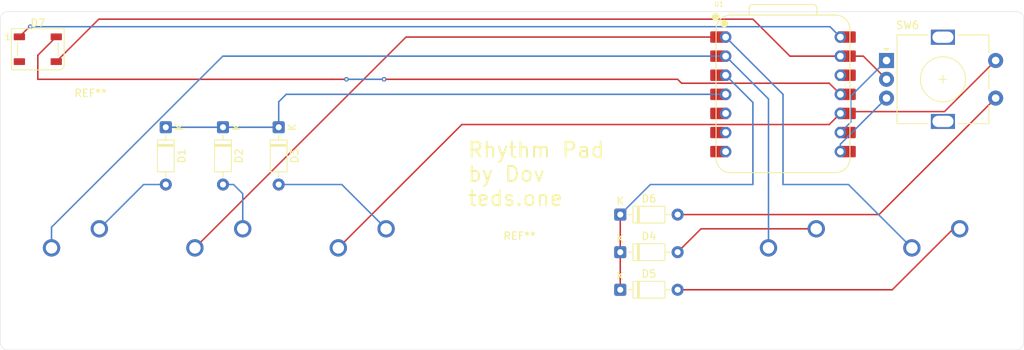
<source format=kicad_pcb>
(kicad_pcb (version 20241229) (generator "pcbnew") (generator_version "9.0")
  (layers (0 "F.Cu" signal) (2 "B.Cu" signal) (13 "F.Paste" user) (15 "B.Paste" user) (5 "F.SilkS" user "F.Silkscreen") (7 "B.SilkS" user "B.Silkscreen") (1 "F.Mask" user) (3 "B.Mask" user) (25 "Edge.Cuts" user))
  (net 0 "")
  (net 1 "ROW0")
  (net 2 "Net-(D1-A)")
  (net 3 "Net-(D2-A)")
  (net 4 "Net-(D3-A)")
  (net 5 "ROW1")
  (net 6 "Net-(D4-A)")
  (net 7 "Net-(D5-A)")
  (net 8 "Net-(D6-A)")
  (net 9 "GND")
  (net 11 "+5V")
  (net 12 "Net-(D7-DIN)")
  (net 13 "COL0")
  (net 14 "COL1")
  (net 15 "COL2")
  (net 16 "EC11A")
  (net 17 "EC11B")
  (footprint "MountingHole:MountingHole_3.2mm_M3" (layer "F.Cu") (at 99 112)
    (property "Reference" "REF**" (at 0 -4.15 0) (layer "F.SilkS"))
    (property "Value" "MountingHole_3.2mm_M3")
    (pad "" np_thru_hole circle (at 0 0) (size 3.2 3.2) (drill 3.2) (layers "*.Cu" "*.Mask"))
  )
  (footprint "Diode_THT:D_DO-35_SOD27_P7.62mm_Horizontal" (layer "F.Cu") (at 169.38 129)
    (property "Reference" "D4" (at 3.81 -2.12 0) (layer "F.SilkS"))
    (property "Value" "D")
    (fp_line (start 1.04 0) (end 1.69 0) (stroke (width 0.12)) (layer "F.SilkS"))
    (fp_line (start 2.29 -1.12) (end 2.29 1.12) (stroke (width 0.12)) (layer "F.SilkS"))
    (fp_line (start 2.41 -1.12) (end 2.41 1.12) (stroke (width 0.12)) (layer "F.SilkS"))
    (fp_line (start 2.53 -1.12) (end 2.53 1.12) (stroke (width 0.12)) (layer "F.SilkS"))
    (fp_line (start 6.58 0) (end 5.93 0) (stroke (width 0.12)) (layer "F.SilkS"))
    (fp_rect (start 1.69 -1.12) (end 5.93 1.12) (stroke (width 0.12)) (fill no) (layer "F.SilkS"))
    (fp_text user "K" (at 0 -1.8 0) (layer "F.SilkS"))
    (pad "1" thru_hole roundrect (at 0 0) (size 1.6 1.6) (drill 0.8) (layers "*.Cu" "*.Mask") (roundrect_rratio 0.15625) (net 5 "ROW1"))
    (pad "2" thru_hole circle (at 7.62 0) (size 1.6 1.6) (drill 0.8) (layers "*.Cu" "*.Mask") (net 6 "Net-(D4-A)"))
  )
  (footprint "Diode_THT:D_DO-35_SOD27_P7.62mm_Horizontal" (layer "F.Cu") (at 116.6 112.38 -90)
    (property "Reference" "D2" (at 3.81 -2.12 90) (layer "F.SilkS"))
    (property "Value" "D")
    (fp_line (start 1.04 0) (end 1.69 0) (stroke (width 0.12)) (layer "F.SilkS"))
    (fp_line (start 6.58 0) (end 5.93 0) (stroke (width 0.12)) (layer "F.SilkS"))
    (fp_line (start 2.29 -1.12) (end 2.29 1.12) (stroke (width 0.12)) (layer "F.SilkS"))
    (fp_line (start 2.41 -1.12) (end 2.41 1.12) (stroke (width 0.12)) (layer "F.SilkS"))
    (fp_line (start 2.53 -1.12) (end 2.53 1.12) (stroke (width 0.12)) (layer "F.SilkS"))
    (fp_rect (start 1.69 -1.12) (end 5.93 1.12) (stroke (width 0.12)) (fill no) (layer "F.SilkS"))
    (fp_text user "K" (at 0 -1.8 90) (layer "F.SilkS"))
    (pad "1" thru_hole roundrect (at 0 0 270) (size 1.6 1.6) (drill 0.8) (layers "*.Cu" "*.Mask") (roundrect_rratio 0.15625) (net 1 "ROW0"))
    (pad "2" thru_hole circle (at 7.62 0 270) (size 1.6 1.6) (drill 0.8) (layers "*.Cu" "*.Mask") (net 3 "Net-(D2-A)"))
  )
  (footprint "MountingHole:MountingHole_3.2mm_M3" (layer "F.Cu") (at 156 131)
    (property "Reference" "REF**" (at 0 -4.15 0) (layer "F.SilkS"))
    (property "Value" "MountingHole_3.2mm_M3")
    (pad "" np_thru_hole circle (at 0 0) (size 3.2 3.2) (drill 3.2) (layers "*.Cu" "*.Mask"))
  )
  (footprint "MX_Solderable:MX-Solderable-1U" (layer "F.Cu") (at 211.93125 130.96875)
    (property "Reference" "SW5")
    (property "Value" "SW_Push_45deg")
    (pad "" np_thru_hole circle (at -5.08 0 48.099) (size 1.7018 1.7018) (drill 1.7018) (layers "*.Cu" "*.Mask"))
    (pad "" np_thru_hole circle (at 0 0) (size 3.9878 3.9878) (drill 3.9878) (layers "*.Cu" "*.Mask"))
    (pad "" np_thru_hole circle (at 5.08 0 48.099) (size 1.7018 1.7018) (drill 1.7018) (layers "*.Cu" "*.Mask"))
    (pad "1" thru_hole circle (at -3.81 -2.54) (size 2.3 2.3) (drill 1.524) (layers "*.Cu" "B.Mask") (net 14 "COL1"))
    (pad "2" thru_hole circle (at 2.54 -5.08) (size 2.3 2.3) (drill 1.524) (layers "*.Cu" "B.Mask") (net 7 "Net-(D5-A)"))
  )
  (footprint "MX_Solderable:MX-Solderable-1U" (layer "F.Cu") (at 116.68125 130.96875)
    (property "Reference" "SW2")
    (property "Value" "SW_Push_45deg")
    (pad "" np_thru_hole circle (at -5.08 0 48.099) (size 1.7018 1.7018) (drill 1.7018) (layers "*.Cu" "*.Mask"))
    (pad "" np_thru_hole circle (at 0 0) (size 3.9878 3.9878) (drill 3.9878) (layers "*.Cu" "*.Mask"))
    (pad "" np_thru_hole circle (at 5.08 0 48.099) (size 1.7018 1.7018) (drill 1.7018) (layers "*.Cu" "*.Mask"))
    (pad "1" thru_hole circle (at -3.81 -2.54) (size 2.3 2.3) (drill 1.524) (layers "*.Cu" "B.Mask") (net 14 "COL1"))
    (pad "2" thru_hole circle (at 2.54 -5.08) (size 2.3 2.3) (drill 1.524) (layers "*.Cu" "B.Mask") (net 3 "Net-(D2-A)"))
  )
  (footprint "Diode_THT:D_DO-35_SOD27_P7.62mm_Horizontal" (layer "F.Cu") (at 124 112.38 -90)
    (property "Reference" "D3" (at 3.81 -2.12 90) (layer "F.SilkS"))
    (property "Value" "D")
    (fp_line (start 1.04 0) (end 1.69 0) (stroke (width 0.12)) (layer "F.SilkS"))
    (fp_line (start 6.58 0) (end 5.93 0) (stroke (width 0.12)) (layer "F.SilkS"))
    (fp_line (start 2.29 -1.12) (end 2.29 1.12) (stroke (width 0.12)) (layer "F.SilkS"))
    (fp_line (start 2.41 -1.12) (end 2.41 1.12) (stroke (width 0.12)) (layer "F.SilkS"))
    (fp_line (start 2.53 -1.12) (end 2.53 1.12) (stroke (width 0.12)) (layer "F.SilkS"))
    (fp_rect (start 1.69 -1.12) (end 5.93 1.12) (stroke (width 0.12)) (fill no) (layer "F.SilkS"))
    (fp_text user "K" (at 0 -1.8 90) (layer "F.SilkS"))
    (pad "1" thru_hole roundrect (at 0 0 270) (size 1.6 1.6) (drill 0.8) (layers "*.Cu" "*.Mask") (roundrect_rratio 0.15625) (net 1 "ROW0"))
    (pad "2" thru_hole circle (at 7.62 0 270) (size 1.6 1.6) (drill 0.8) (layers "*.Cu" "*.Mask") (net 4 "Net-(D3-A)"))
  )
  (footprint "MX_Solderable:MX-Solderable-1U" (layer "F.Cu") (at 135.73125 130.96875)
    (property "Reference" "SW3")
    (property "Value" "SW_Push_45deg")
    (pad "" np_thru_hole circle (at -5.08 0 48.099) (size 1.7018 1.7018) (drill 1.7018) (layers "*.Cu" "*.Mask"))
    (pad "" np_thru_hole circle (at 0 0) (size 3.9878 3.9878) (drill 3.9878) (layers "*.Cu" "*.Mask"))
    (pad "" np_thru_hole circle (at 5.08 0 48.099) (size 1.7018 1.7018) (drill 1.7018) (layers "*.Cu" "*.Mask"))
    (pad "1" thru_hole circle (at -3.81 -2.54) (size 2.3 2.3) (drill 1.524) (layers "*.Cu" "B.Mask") (net 15 "COL2"))
    (pad "2" thru_hole circle (at 2.54 -5.08) (size 2.3 2.3) (drill 1.524) (layers "*.Cu" "B.Mask") (net 4 "Net-(D3-A)"))
  )
  (footprint "Rotary_Encoder:RotaryEncoder_Alps_EC11E-Switch_Vertical_H20mm" (layer "F.Cu") (at 204.75 103.5)
    (property "Reference" "SW6" (at 2.8 -4.7 0) (layer "F.SilkS"))
    (property "Value" "RotaryEncoder_Switch")
    (fp_line (start -0.3 -1.6) (end 0.3 -1.6) (stroke (width 0.12)) (layer "F.SilkS"))
    (fp_line (start 0 -1.3) (end -0.3 -1.6) (stroke (width 0.12)) (layer "F.SilkS"))
    (fp_line (start 0.3 -1.6) (end 0 -1.3) (stroke (width 0.12)) (layer "F.SilkS"))
    (fp_line (start 1.4 -3.4) (end 1.4 8.4) (stroke (width 0.12)) (layer "F.SilkS"))
    (fp_line (start 5.5 -3.4) (end 1.4 -3.4) (stroke (width 0.12)) (layer "F.SilkS"))
    (fp_line (start 5.5 8.4) (end 1.4 8.4) (stroke (width 0.12)) (layer "F.SilkS"))
    (fp_line (start 7 2.5) (end 8 2.5) (stroke (width 0.12)) (layer "F.SilkS"))
    (fp_line (start 7.5 2) (end 7.5 3) (stroke (width 0.12)) (layer "F.SilkS"))
    (fp_line (start 9.5 -3.4) (end 13.6 -3.4) (stroke (width 0.12)) (layer "F.SilkS"))
    (fp_line (start 13.6 -3.4) (end 13.6 -1) (stroke (width 0.12)) (layer "F.SilkS"))
    (fp_line (start 13.6 1.2) (end 13.6 3.8) (stroke (width 0.12)) (layer "F.SilkS"))
    (fp_line (start 13.6 6) (end 13.6 8.4) (stroke (width 0.12)) (layer "F.SilkS"))
    (fp_line (start 13.6 8.4) (end 9.5 8.4) (stroke (width 0.12)) (layer "F.SilkS"))
    (fp_circle (center 7.5 2.5) (end 10.5 2.5) (stroke (width 0.12)) (fill no) (layer "F.SilkS"))
    (pad "A" thru_hole rect (at 0 0) (size 2 2) (drill 1) (layers "*.Cu" "*.Mask") (net 16 "EC11A"))
    (pad "B" thru_hole circle (at 0 5) (size 2 2) (drill 1) (layers "*.Cu" "*.Mask") (net 17 "EC11B"))
    (pad "C" thru_hole circle (at 0 2.5) (size 2 2) (drill 1) (layers "*.Cu" "*.Mask") (net 9 "GND"))
    (pad "MP" thru_hole rect (at 7.5 -3.1) (size 3.2 2) (drill oval 2.8 1.5) (layers "*.Cu" "*.Mask"))
    (pad "MP" thru_hole rect (at 7.5 8.1) (size 3.2 2) (drill oval 2.8 1.5) (layers "*.Cu" "*.Mask"))
    (pad "S1" thru_hole circle (at 14.5 5) (size 2 2) (drill 1) (layers "*.Cu" "*.Mask") (net 8 "Net-(D6-A)"))
    (pad "S2" thru_hole circle (at 14.5 0) (size 2 2) (drill 1) (layers "*.Cu" "*.Mask") (net 15 "COL2"))
  )
  (footprint "Diode_THT:D_DO-35_SOD27_P7.62mm_Horizontal" (layer "F.Cu") (at 169.38 134)
    (property "Reference" "D5" (at 3.81 -2.12 0) (layer "F.SilkS"))
    (property "Value" "D")
    (fp_line (start 1.04 0) (end 1.69 0) (stroke (width 0.12)) (layer "F.SilkS"))
    (fp_line (start 2.29 -1.12) (end 2.29 1.12) (stroke (width 0.12)) (layer "F.SilkS"))
    (fp_line (start 2.41 -1.12) (end 2.41 1.12) (stroke (width 0.12)) (layer "F.SilkS"))
    (fp_line (start 2.53 -1.12) (end 2.53 1.12) (stroke (width 0.12)) (layer "F.SilkS"))
    (fp_line (start 6.58 0) (end 5.93 0) (stroke (width 0.12)) (layer "F.SilkS"))
    (fp_rect (start 1.69 -1.12) (end 5.93 1.12) (stroke (width 0.12)) (fill no) (layer "F.SilkS"))
    (fp_text user "K" (at 0 -1.8 0) (layer "F.SilkS"))
    (pad "1" thru_hole roundrect (at 0 0) (size 1.6 1.6) (drill 0.8) (layers "*.Cu" "*.Mask") (roundrect_rratio 0.15625) (net 5 "ROW1"))
    (pad "2" thru_hole circle (at 7.62 0) (size 1.6 1.6) (drill 0.8) (layers "*.Cu" "*.Mask") (net 7 "Net-(D5-A)"))
  )
  (footprint "MX_Solderable:MX-Solderable-1U" (layer "F.Cu") (at 97.63125 130.96875)
    (property "Reference" "SW1")
    (property "Value" "SW_Push_45deg")
    (pad "" np_thru_hole circle (at -5.08 0 48.099) (size 1.7018 1.7018) (drill 1.7018) (layers "*.Cu" "*.Mask"))
    (pad "" np_thru_hole circle (at 0 0) (size 3.9878 3.9878) (drill 3.9878) (layers "*.Cu" "*.Mask"))
    (pad "" np_thru_hole circle (at 5.08 0 48.099) (size 1.7018 1.7018) (drill 1.7018) (layers "*.Cu" "*.Mask"))
    (pad "1" thru_hole circle (at -3.81 -2.54) (size 2.3 2.3) (drill 1.524) (layers "*.Cu" "B.Mask") (net 13 "COL0"))
    (pad "2" thru_hole circle (at 2.54 -5.08) (size 2.3 2.3) (drill 1.524) (layers "*.Cu" "B.Mask") (net 2 "Net-(D1-A)"))
  )
  (footprint "Seeed Studio XIAO Series Library:XIAO-RP2040-DIP" (layer "F.Cu") (at 191 108)
    (property "Reference" "U1" (at -8.5 -12 0) (layer "F.SilkS") (effects (font (size 0.635 0.635) (thickness 0.1016))))
    (property "Value" "XIAO-RP2040-DIP")
    (fp_line (start -8.89 8.509) (end -8.89 -8.636) (stroke (width 0.127)) (layer "F.SilkS"))
    (fp_line (start -6.985 10.414) (end 6.985 10.414) (stroke (width 0.127)) (layer "F.SilkS"))
    (fp_line (start -4.495 -10.541) (end -4.491272 -11.451272) (stroke (width 0.127)) (layer "F.SilkS"))
    (fp_line (start -3.991272 -11.951) (end 4.004 -11.951) (stroke (width 0.127)) (layer "F.SilkS"))
    (fp_line (start 4.504 -11.451) (end 4.504 -10.541) (stroke (width 0.127)) (layer "F.SilkS"))
    (fp_line (start 6.985 -10.541) (end -6.985 -10.541) (stroke (width 0.1)) (layer "F.SilkS"))
    (fp_line (start 6.985 -10.541) (end -6.985 -10.541) (stroke (width 0.127)) (layer "F.SilkS"))
    (fp_line (start 8.89 8.509) (end 8.89 -8.636) (stroke (width 0.127)) (layer "F.SilkS"))
    (fp_arc (start -8.89 -8.636) (mid -8.332038 -9.983038) (end -6.985 -10.541) (stroke (width 0.127)) (layer "F.SilkS"))
    (fp_arc (start -6.985 10.414) (mid -8.332038 9.856038) (end -8.89 8.509) (stroke (width 0.127)) (layer "F.SilkS"))
    (fp_arc (start -4.491272 -11.451272) (mid -4.344728 -11.80464) (end -3.991272 -11.951) (stroke (width 0.127)) (layer "F.SilkS"))
    (fp_arc (start 4.004 -11.951) (mid 4.357553 -11.804553) (end 4.504 -11.451) (stroke (width 0.127)) (layer "F.SilkS"))
    (fp_arc (start 6.985 -10.541) (mid 8.332038 -9.983038) (end 8.89 -8.636) (stroke (width 0.127)) (layer "F.SilkS"))
    (fp_arc (start 8.89 8.509) (mid 8.332038 9.856038) (end 6.985 10.414) (stroke (width 0.127)) (layer "F.SilkS"))
    (fp_circle (center -8.95 -10.3) (end -8.95 -10.554) (stroke (width 0.5)) (fill yes) (layer "F.SilkS"))
    (fp_circle (center -7.807 -9.42) (end -7.807 -9.674) (stroke (width 0.5)) (fill yes) (layer "F.SilkS"))
    (pad "1" smd roundrect (at -8.455 -7.62 180) (size 2.432 1.524) (layers "F.Cu" "F.Mask") (roundrect_rratio 0.1) (net 14 "COL1"))
    (pad "1" thru_hole circle (at -7.62 -7.62 180) (size 1.524 1.524) (drill 0.889) (layers "*.Cu" "*.Mask") (net 14 "COL1"))
    (pad "2" smd roundrect (at -8.455 -5.08 180) (size 2.432 1.524) (layers "F.Cu" "F.Mask") (roundrect_rratio 0.1) (net 13 "COL0"))
    (pad "2" thru_hole circle (at -7.62 -5.08 180) (size 1.524 1.524) (drill 0.889) (layers "*.Cu" "*.Mask") (net 13 "COL0"))
    (pad "3" smd roundrect (at -8.455 -2.54 180) (size 2.432 1.524) (layers "F.Cu" "F.Mask") (roundrect_rratio 0.1) (net 5 "ROW1"))
    (pad "3" thru_hole circle (at -7.62 -2.54 180) (size 1.524 1.524) (drill 0.889) (layers "*.Cu" "*.Mask") (net 5 "ROW1"))
    (pad "4" smd roundrect (at -8.455 0 180) (size 2.432 1.524) (layers "F.Cu" "F.Mask") (roundrect_rratio 0.1) (net 1 "ROW0"))
    (pad "4" thru_hole circle (at -7.62 0 180) (size 1.524 1.524) (drill 0.889) (layers "*.Cu" "*.Mask") (net 1 "ROW0"))
    (pad "5" smd roundrect (at -8.455 2.54 180) (size 2.432 1.524) (layers "F.Cu" "F.Mask") (roundrect_rratio 0.1))
    (pad "5" thru_hole circle (at -7.62 2.54 180) (size 1.524 1.524) (drill 0.889) (layers "*.Cu" "*.Mask"))
    (pad "6" smd roundrect (at -8.455 5.08 180) (size 2.432 1.524) (layers "F.Cu" "F.Mask") (roundrect_rratio 0.1))
    (pad "6" thru_hole circle (at -7.62 5.08 180) (size 1.524 1.524) (drill 0.889) (layers "*.Cu" "*.Mask"))
    (pad "7" smd roundrect (at -8.455 7.62 180) (size 2.432 1.524) (layers "F.Cu" "F.Mask") (roundrect_rratio 0.1))
    (pad "7" thru_hole circle (at -7.62 7.62 180) (size 1.524 1.524) (drill 0.889) (layers "*.Cu" "*.Mask"))
    (pad "8" thru_hole circle (at 7.62 7.62) (size 1.524 1.524) (drill 0.889) (layers "*.Cu" "*.Mask") (net 17 "EC11B"))
    (pad "8" smd roundrect (at 8.455 7.62) (size 2.432 1.524) (layers "F.Cu" "F.Mask") (roundrect_rratio 0.1) (net 17 "EC11B"))
    (pad "9" thru_hole circle (at 7.62 5.08) (size 1.524 1.524) (drill 0.889) (layers "*.Cu" "*.Mask") (net 16 "EC11A"))
    (pad "9" smd roundrect (at 8.455 5.08) (size 2.432 1.524) (layers "F.Cu" "F.Mask") (roundrect_rratio 0.1) (net 16 "EC11A"))
    (pad "10" thru_hole circle (at 7.62 2.54) (size 1.524 1.524) (drill 0.889) (layers "*.Cu" "*.Mask") (net 15 "COL2"))
    (pad "10" smd roundrect (at 8.455 2.54) (size 2.432 1.524) (layers "F.Cu" "F.Mask") (roundrect_rratio 0.1) (net 15 "COL2"))
    (pad "11" thru_hole circle (at 7.62 0) (size 1.524 1.524) (drill 0.889) (layers "*.Cu" "*.Mask") (net 12 "Net-(D7-DIN)"))
    (pad "11" smd roundrect (at 8.455 0) (size 2.432 1.524) (layers "F.Cu" "F.Mask") (roundrect_rratio 0.1) (net 12 "Net-(D7-DIN)"))
    (pad "12" thru_hole circle (at 7.62 -2.54) (size 1.524 1.524) (drill 0.889) (layers "*.Cu" "*.Mask"))
    (pad "12" smd roundrect (at 8.455 -2.54) (size 2.432 1.524) (layers "F.Cu" "F.Mask") (roundrect_rratio 0.1))
    (pad "13" thru_hole circle (at 7.62 -5.08) (size 1.524 1.524) (drill 0.889) (layers "*.Cu" "*.Mask") (net 9 "GND"))
    (pad "13" smd roundrect (at 8.455 -5.08) (size 2.432 1.524) (layers "F.Cu" "F.Mask") (roundrect_rratio 0.1) (net 9 "GND"))
    (pad "14" thru_hole circle (at 7.62 -7.62) (size 1.524 1.524) (drill 0.889) (layers "*.Cu" "*.Mask") (net 11 "+5V"))
    (pad "14" smd roundrect (at 8.455 -7.62) (size 2.432 1.524) (layers "F.Cu" "F.Mask") (roundrect_rratio 0.1) (net 11 "+5V"))
  )
  (footprint "Diode_THT:D_DO-35_SOD27_P7.62mm_Horizontal" (layer "F.Cu") (at 109 112.38 -90)
    (property "Reference" "D1" (at 3.81 -2.12 90) (layer "F.SilkS"))
    (property "Value" "D")
    (fp_line (start 1.04 0) (end 1.69 0) (stroke (width 0.12)) (layer "F.SilkS"))
    (fp_line (start 6.58 0) (end 5.93 0) (stroke (width 0.12)) (layer "F.SilkS"))
    (fp_line (start 2.29 -1.12) (end 2.29 1.12) (stroke (width 0.12)) (layer "F.SilkS"))
    (fp_line (start 2.41 -1.12) (end 2.41 1.12) (stroke (width 0.12)) (layer "F.SilkS"))
    (fp_line (start 2.53 -1.12) (end 2.53 1.12) (stroke (width 0.12)) (layer "F.SilkS"))
    (fp_rect (start 1.69 -1.12) (end 5.93 1.12) (stroke (width 0.12)) (fill no) (layer "F.SilkS"))
    (fp_text user "K" (at 0 -1.8 90) (layer "F.SilkS"))
    (pad "1" thru_hole roundrect (at 0 0 270) (size 1.6 1.6) (drill 0.8) (layers "*.Cu" "*.Mask") (roundrect_rratio 0.15625) (net 1 "ROW0"))
    (pad "2" thru_hole circle (at 7.62 0 270) (size 1.6 1.6) (drill 0.8) (layers "*.Cu" "*.Mask") (net 2 "Net-(D1-A)"))
  )
  (footprint "Diode_THT:D_DO-35_SOD27_P7.62mm_Horizontal" (layer "F.Cu") (at 169.38 124)
    (property "Reference" "D6" (at 3.81 -2.12 0) (layer "F.SilkS"))
    (property "Value" "D")
    (fp_line (start 1.04 0) (end 1.69 0) (stroke (width 0.12)) (layer "F.SilkS"))
    (fp_line (start 2.29 -1.12) (end 2.29 1.12) (stroke (width 0.12)) (layer "F.SilkS"))
    (fp_line (start 2.41 -1.12) (end 2.41 1.12) (stroke (width 0.12)) (layer "F.SilkS"))
    (fp_line (start 2.53 -1.12) (end 2.53 1.12) (stroke (width 0.12)) (layer "F.SilkS"))
    (fp_line (start 6.58 0) (end 5.93 0) (stroke (width 0.12)) (layer "F.SilkS"))
    (fp_rect (start 1.69 -1.12) (end 5.93 1.12) (stroke (width 0.12)) (fill no) (layer "F.SilkS"))
    (fp_text user "K" (at 0 -1.8 0) (layer "F.SilkS"))
    (pad "1" thru_hole roundrect (at 0 0) (size 1.6 1.6) (drill 0.8) (layers "*.Cu" "*.Mask") (roundrect_rratio 0.15625) (net 5 "ROW1"))
    (pad "2" thru_hole circle (at 7.62 0) (size 1.6 1.6) (drill 0.8) (layers "*.Cu" "*.Mask") (net 8 "Net-(D6-A)"))
  )
  (footprint "MX_Solderable:MX-Solderable-1U" (layer "F.Cu") (at 192.88125 130.96875)
    (property "Reference" "SW4")
    (property "Value" "SW_Push_45deg")
    (pad "" np_thru_hole circle (at -5.08 0 48.099) (size 1.7018 1.7018) (drill 1.7018) (layers "*.Cu" "*.Mask"))
    (pad "" np_thru_hole circle (at 0 0) (size 3.9878 3.9878) (drill 3.9878) (layers "*.Cu" "*.Mask"))
    (pad "" np_thru_hole circle (at 5.08 0 48.099) (size 1.7018 1.7018) (drill 1.7018) (layers "*.Cu" "*.Mask"))
    (pad "1" thru_hole circle (at -3.81 -2.54) (size 2.3 2.3) (drill 1.524) (layers "*.Cu" "B.Mask") (net 13 "COL0"))
    (pad "2" thru_hole circle (at 2.54 -5.08) (size 2.3 2.3) (drill 1.524) (layers "*.Cu" "B.Mask") (net 6 "Net-(D4-A)"))
  )
  (footprint "LED_SMD:LED_WS2812B_PLCC4_5.0x5.0mm_P3.2mm" (layer "F.Cu") (at 92 102)
    (property "Reference" "D7" (at 0 -3.5 0) (layer "F.SilkS"))
    (property "Value" "WS2812B")
    (fp_line (start -3.5 -2.75) (end -3.5 2.75) (stroke (width 0.12)) (layer "F.SilkS"))
    (fp_line (start -3.5 -2.75) (end 3.5 -2.75) (stroke (width 0.12)) (layer "F.SilkS"))
    (fp_line (start -3.5 2.75) (end 3.05 2.75) (stroke (width 0.12)) (layer "F.SilkS"))
    (fp_line (start -2.7 0.9) (end -2.7 -0.9) (stroke (width 0.12)) (layer "F.SilkS"))
    (fp_line (start 2.7 0.9) (end 2.7 -0.9) (stroke (width 0.12)) (layer "F.SilkS"))
    (fp_line (start 3.05 2.75) (end 3.5 2.3) (stroke (width 0.12)) (layer "F.SilkS"))
    (fp_line (start 3.5 2.3) (end 3.5 -2.75) (stroke (width 0.12)) (layer "F.SilkS"))
    (fp_text user "1" (at -4 -1.6 0) (layer "F.SilkS") (effects (font (size 0.8 0.8))))
    (pad "1" smd roundrect (at -2.45 -1.65) (size 1.5 0.9) (layers "F.Cu" "F.Mask" "F.Paste") (roundrect_rratio 0.1) (net 11 "+5V"))
    (pad "2" smd roundrect (at -2.45 1.65) (size 1.5 0.9) (layers "F.Cu" "F.Mask" "F.Paste") (roundrect_rratio 0.1))
    (pad "3" smd roundrect (at 2.45 1.65) (size 1.5 0.9) (layers "F.Cu" "F.Mask" "F.Paste") (roundrect_rratio 0.1) (net 9 "GND"))
    (pad "4" smd roundrect (at 2.45 -1.65) (size 1.5 0.9) (layers "F.Cu" "F.Mask" "F.Paste") (roundrect_rratio 0.1) (net 12 "Net-(D7-DIN)"))
  )
  (gr_arc (start 87 98) (mid 87.292893 97.292893) (end 88 97) (stroke (width 0.05)) (layer "Edge.Cuts"))
  (gr_arc (start 88 142) (mid 87.292893 141.707107) (end 87 141) (stroke (width 0.05)) (layer "Edge.Cuts"))
  (gr_line (start 88 97) (end 222 97) (stroke (width 0.05)) (layer "Edge.Cuts"))
  (gr_line (start 222 142) (end 88 142) (stroke (width 0.05)) (layer "Edge.Cuts"))
  (gr_line (start 223 98) (end 223 141) (stroke (width 0.05)) (layer "Edge.Cuts"))
  (gr_line (start 87 141) (end 87 98) (stroke (width 0.05)) (layer "Edge.Cuts"))
  (gr_arc (start 222 97) (mid 222.707107 97.292893) (end 223 98) (stroke (width 0.05)) (layer "Edge.Cuts"))
  (gr_arc (start 223 141) (mid 222.707107 141.707107) (end 222 142) (stroke (width 0.05)) (layer "Edge.Cuts"))
  (gr_text "Rhythm Pad\nby Dov\nteds.one" (at 149 123 0) (layer "F.SilkS") (effects (font (size 2 2) (thickness 0.25)) (justify left bottom)))
  (segment (start 125 108) (end 183.38 108) (width 0.2) (layer "B.Cu") (net 1))
  (segment (start 109 112.38) (end 116.6 112.38) (width 0.2) (layer "B.Cu") (net 1))
  (segment (start 124 112.38) (end 124 109) (width 0.2) (layer "B.Cu") (net 1))
  (segment (start 124 109) (end 125 108) (width 0.2) (layer "B.Cu") (net 1))
  (segment (start 116.6 112.38) (end 124 112.38) (width 0.2) (layer "B.Cu") (net 1))
  (segment (start 109 120) (end 106.06 120) (width 0.2) (layer "B.Cu") (net 2))
  (segment (start 106.06 120) (end 100.17125 125.88875) (width 0.2) (layer "B.Cu") (net 2))
  (segment (start 119.22125 121.22125) (end 119.22125 125.88875) (width 0.2) (layer "B.Cu") (net 3))
  (segment (start 116.6 120) (end 118 120) (width 0.2) (layer "B.Cu") (net 3))
  (segment (start 118 120) (end 119.22125 121.22125) (width 0.2) (layer "B.Cu") (net 3))
  (segment (start 132.3825 120) (end 124 120) (width 0.2) (layer "B.Cu") (net 4))
  (segment (start 138.27125 125.88875) (end 132.3825 120) (width 0.2) (layer "B.Cu") (net 4))
  (segment (start 169.38 134) (end 169.38 129) (width 0.2) (layer "F.Cu") (net 5))
  (segment (start 169.38 129) (end 169.38 124) (width 0.2) (layer "F.Cu") (net 5))
  (segment (start 169.38 124) (end 173.38 120) (width 0.2) (layer "B.Cu") (net 5))
  (segment (start 173.38 120) (end 187 120) (width 0.2) (layer "B.Cu") (net 5))
  (segment (start 187 109.08) (end 183.38 105.46) (width 0.2) (layer "B.Cu") (net 5))
  (segment (start 187 120) (end 187 109.08) (width 0.2) (layer "B.Cu") (net 5))
  (segment (start 180.11125 125.88875) (end 177 129) (width 0.2) (layer "F.Cu") (net 6))
  (segment (start 195.42125 125.88875) (end 180.11125 125.88875) (width 0.2) (layer "F.Cu") (net 6))
  (segment (start 214.47125 125.88875) (end 213.630993 125.88875) (width 0.2) (layer "F.Cu") (net 7))
  (segment (start 213.630993 125.88875) (end 205.519743 134) (width 0.2) (layer "F.Cu") (net 7))
  (segment (start 205.519743 134) (end 177 134) (width 0.2) (layer "F.Cu") (net 7))
  (segment (start 203.75 124) (end 219.25 108.5) (width 0.2) (layer "F.Cu") (net 8))
  (segment (start 177 124) (end 203.75 124) (width 0.2) (layer "F.Cu") (net 8))
  (segment (start 204.75 106) (end 201.67 102.92) (width 0.2) (layer "F.Cu") (net 9))
  (segment (start 201.67 102.92) (end 199.455 102.92) (width 0.2) (layer "F.Cu") (net 9))
  (segment (start 187 98) (end 191.92 102.92) (width 0.2) (layer "F.Cu") (net 9))
  (segment (start 191.92 102.92) (end 198.62 102.92) (width 0.2) (layer "F.Cu") (net 9))
  (segment (start 94.45 103.65) (end 100.1 98) (width 0.2) (layer "F.Cu") (net 9))
  (segment (start 100.1 98) (end 187 98) (width 0.2) (layer "F.Cu") (net 9))
  (segment (start 90.9 99) (end 91 99) (width 0.2) (layer "F.Cu") (net 11))
  (segment (start 89.55 100.35) (end 90.9 99) (width 0.2) (layer "F.Cu") (net 11))
  (via (at 91 99) (size 0.6) (drill 0.3) (layers "F.Cu" "B.Cu") (net 11))
  (segment (start 197.24 99) (end 198.62 100.38) (width 0.2) (layer "B.Cu") (net 11))
  (segment (start 91 99) (end 197.24 99) (width 0.2) (layer "B.Cu") (net 11))
  (segment (start 94.45 100.35) (end 92 102.8) (width 0.2) (layer "F.Cu") (net 12))
  (segment (start 92 106) (end 131 106) (width 0.2) (layer "F.Cu") (net 12))
  (segment (start 177.523 106.523) (end 197.143 106.523) (width 0.2) (layer "F.Cu") (net 12))
  (segment (start 138 106) (end 177 106) (width 0.2) (layer "F.Cu") (net 12))
  (segment (start 197.143 106.523) (end 198.62 108) (width 0.2) (layer "F.Cu") (net 12))
  (segment (start 177 106) (end 177.523 106.523) (width 0.2) (layer "F.Cu") (net 12))
  (segment (start 131 106) (end 133 106) (width 0.2) (layer "F.Cu") (net 12))
  (segment (start 92 102.8) (end 92 106) (width 0.2) (layer "F.Cu") (net 12))
  (via (at 133 106) (size 0.6) (drill 0.3) (layers "F.Cu" "B.Cu") (net 12))
  (via (at 138 106) (size 0.6) (drill 0.3) (layers "F.Cu" "B.Cu") (net 12))
  (segment (start 133 106) (end 138 106) (width 0.2) (layer "B.Cu") (net 12))
  (segment (start 93.82125 125.67259) (end 116.57384 102.92) (width 0.2) (layer "B.Cu") (net 13))
  (segment (start 189.07125 128.42875) (end 189.07125 108.61125) (width 0.2) (layer "B.Cu") (net 13))
  (segment (start 189.07125 108.61125) (end 183.38 102.92) (width 0.2) (layer "B.Cu") (net 13))
  (segment (start 116.57384 102.92) (end 183.38 102.92) (width 0.2) (layer "B.Cu") (net 13))
  (segment (start 93.82125 128.42875) (end 93.82125 125.67259) (width 0.2) (layer "B.Cu") (net 13))
  (segment (start 112.87125 128.42875) (end 140.92 100.38) (width 0.2) (layer "F.Cu") (net 14))
  (segment (start 140.92 100.38) (end 183.38 100.38) (width 0.2) (layer "F.Cu") (net 14))
  (segment (start 191 108) (end 191 120) (width 0.2) (layer "B.Cu") (net 14))
  (segment (start 183.38 100.38) (end 191 108) (width 0.2) (layer "B.Cu") (net 14))
  (segment (start 199.6925 120) (end 208.12125 128.42875) (width 0.2) (layer "B.Cu") (net 14))
  (segment (start 191 120) (end 199.6925 120) (width 0.2) (layer "B.Cu") (net 14))
  (segment (start 148.333 112.017) (end 131.92125 128.42875) (width 0.2) (layer "F.Cu") (net 15))
  (segment (start 197.143 112.017) (end 148.333 112.017) (width 0.2) (layer "F.Cu") (net 15))
  (segment (start 212.451 110.299) (end 219.25 103.5) (width 0.2) (layer "F.Cu") (net 15))
  (segment (start 198.62 110.54) (end 198.861 110.299) (width 0.2) (layer "F.Cu") (net 15))
  (segment (start 198.861 110.299) (end 212.451 110.299) (width 0.2) (layer "F.Cu") (net 15))
  (segment (start 198.62 110.54) (end 197.143 112.017) (width 0.2) (layer "F.Cu") (net 15))
  (segment (start 204.75 103.5) (end 200 108.25) (width 0.2) (layer "B.Cu") (net 16))
  (segment (start 200 108.25) (end 200 111.7) (width 0.2) (layer "B.Cu") (net 16))
  (segment (start 200 111.7) (end 198.62 113.08) (width 0.2) (layer "B.Cu") (net 16))
  (segment (start 204.75 108.5) (end 198.62 114.63) (width 0.2) (layer "B.Cu") (net 17))
  (segment (start 198.62 114.63) (end 198.62 115.62) (width 0.2) (layer "B.Cu") (net 17))
)
</source>
